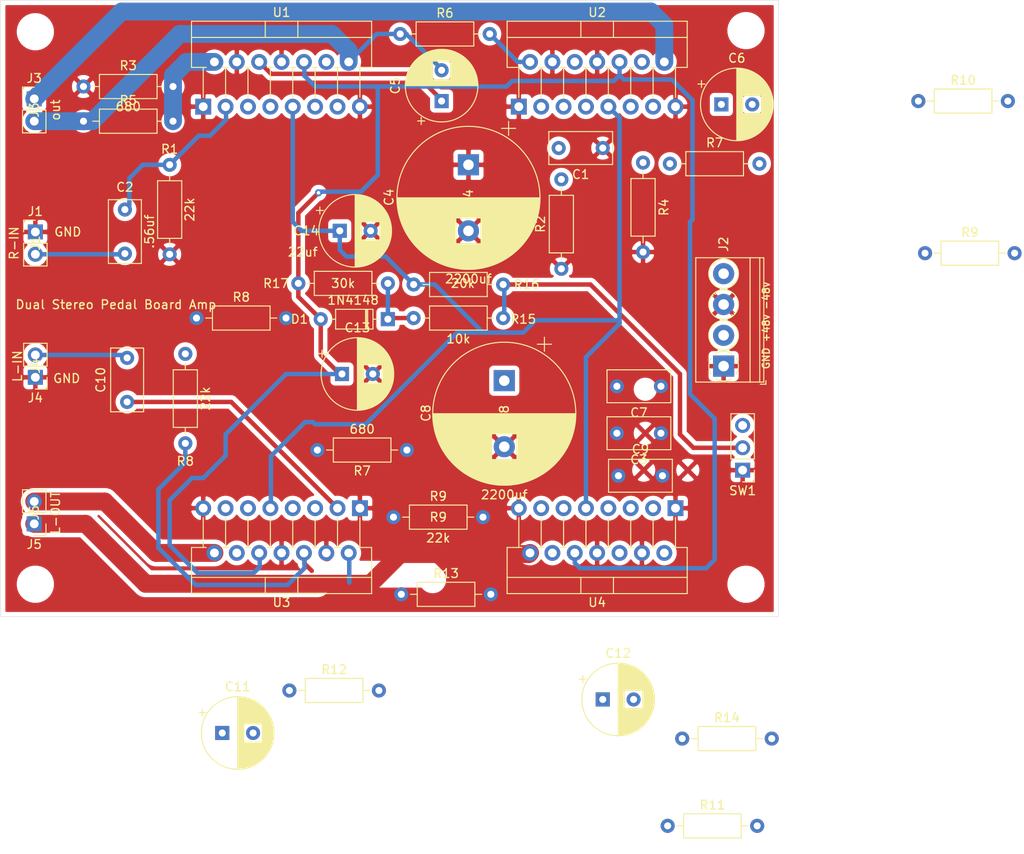
<source format=kicad_pcb>
(kicad_pcb (version 20171130) (host pcbnew "(5.1.9-0-10_14)")
  (layers (0 -48 signal) (1 +48 power) (2 GND power) (31 B.Cu signal) (34 B.Paste user) (35 F.Paste user) (36 B.SilkS user) (37 F.SilkS user) (38 B.Mask user) (39 F.Mask user) (44 Edge.Cuts user))
  (net 0 "")
  (net 1 "Net-(C2-Pad2)")
  (net 2 "Net-(C2-Pad1)")
  (net 3 "Net-(D1-Pad1)")
  (net 4 "Net-(C10-Pad1)")
  (net 5 "Net-(C11-Pad2)")
  (net 6 "Net-(C11-Pad1)")
  (net 7 "Net-(R7-Pad1)")
  (net 8 +48vFilter)
  (net 9 -48vFilter)
  (net 10 MUTE)
  (net 11 STBY)
  (net 12 "Net-(C5-Pad2)")
  (net 13 "Net-(C5-Pad1)")
  (net 14 "Net-(C1-Pad2)")
  (net 15 "Net-(C12-Pad2)")
  (net 16 "Net-(C12-Pad1)")
  (net 17 "Net-(C6-Pad2)")
  (net 18 "Net-(C6-Pad1)")
  (net 19 "Net-(C9-Pad2)")
  (net 20 "Net-(C10-Pad2)")
  (net 21 "Net-(R3-Pad2)")
  (net 22 "Net-(R4-Pad1)")
  (net 23 "Net-(R10-Pad2)")
  (net 24 "Net-(R11-Pad1)")
  (net 25 "Net-(R15-Pad2)")
  (module Connector_PinHeader_2.54mm:PinHeader_1x03_P2.54mm_Vertical (layer -48) (at 198.374 94.361 180)
    (fp_text reference SW1 (at 0 -2.33) (layer F.SilkS))
    (fp_text value SDBY_MUTE)
    (pad 3 thru_hole oval (at 0 5.08 180) (size 1.7 1.7) (drill 1) (layers *.Cu *.Mask) (net 8 +48vFilter))
    (pad 2 thru_hole oval (at 0 2.54 180) (size 1.7 1.7) (drill 1) (layers *.Cu *.Mask) (net 25 "Net-(R15-Pad2)"))
    (pad 1 thru_hole rect (at 0 0 180) (size 1.7 1.7) (drill 1) (layers *.Cu *.Mask) (net 9 -48vFilter))
  )
  (module Package_TO_SOT_THT:TO-220-15_P2.54x2.54mm_StaggerOdd_Lead4.58mm_Vertical (layer -48) (at 137.16 53.086)
    (fp_text reference U1 (at 8.89 -10.7) (layer F.SilkS))
    (fp_text value TDA7294)
    (pad 15 thru_hole oval (at 17.78 0) (size 1.8 1.8) (drill 1) (layers *.Cu *.Mask) (net 9 -48vFilter))
    (pad 14 thru_hole oval (at 16.51 -5.08) (size 1.8 1.8) (drill 1) (layers *.Cu *.Mask) (net 12 "Net-(C5-Pad2)"))
    (pad 13 thru_hole oval (at 15.24 0) (size 1.8 1.8) (drill 1) (layers *.Cu *.Mask) (net 8 +48vFilter))
    (pad 12 thru_hole oval (at 13.97 -5.08) (size 1.8 1.8) (drill 1) (layers *.Cu *.Mask))
    (pad 11 thru_hole oval (at 12.7 0) (size 1.8 1.8) (drill 1) (layers *.Cu *.Mask))
    (pad 10 thru_hole oval (at 11.43 -5.08) (size 1.8 1.8) (drill 1) (layers *.Cu *.Mask) (net 10 MUTE))
    (pad 9 thru_hole oval (at 10.16 0) (size 1.8 1.8) (drill 1) (layers *.Cu *.Mask) (net 11 STBY))
    (pad 8 thru_hole oval (at 8.89 -5.08) (size 1.8 1.8) (drill 1) (layers *.Cu *.Mask) (net 9 -48vFilter))
    (pad 7 thru_hole oval (at 7.62 0) (size 1.8 1.8) (drill 1) (layers *.Cu *.Mask) (net 8 +48vFilter))
    (pad 6 thru_hole oval (at 6.35 -5.08) (size 1.8 1.8) (drill 1) (layers *.Cu *.Mask) (net 13 "Net-(C5-Pad1)"))
    (pad 5 thru_hole oval (at 5.08 0) (size 1.8 1.8) (drill 1) (layers *.Cu *.Mask))
    (pad 4 thru_hole oval (at 3.81 -5.08) (size 1.8 1.8) (drill 1) (layers *.Cu *.Mask) (net 9 -48vFilter))
    (pad 3 thru_hole oval (at 2.54 0) (size 1.8 1.8) (drill 1) (layers *.Cu *.Mask) (net 2 "Net-(C2-Pad1)"))
    (pad 2 thru_hole oval (at 1.27 -5.08) (size 1.8 1.8) (drill 1) (layers *.Cu *.Mask) (net 21 "Net-(R3-Pad2)"))
    (pad 1 thru_hole rect (at 0 0) (size 1.8 1.8) (drill 1) (layers *.Cu *.Mask) (net 9 -48vFilter))
  )
  (module Resistor_THT:R_Axial_DIN0207_L6.3mm_D2.5mm_P10.16mm_Horizontal (layer -48) (at 123.571 54.737)
    (fp_text reference R5 (at 5.08 -2.37) (layer F.SilkS))
    (fp_text value 22k)
    (pad 2 thru_hole oval (at 10.16 0) (size 1.6 1.6) (drill 0.8) (layers *.Cu *.Mask) (net 21 "Net-(R3-Pad2)"))
    (pad 1 thru_hole circle (at 0 0) (size 1.6 1.6) (drill 0.8) (layers *.Cu *.Mask) (net 12 "Net-(C5-Pad2)"))
  )
  (module Package_TO_SOT_THT:TO-220-15_P2.54x2.54mm_StaggerOdd_Lead4.58mm_Vertical (layer -48) (at 172.974 53.086)
    (fp_text reference U2 (at 8.89 -10.7) (layer F.SilkS))
    (fp_text value TDA7294)
    (pad 15 thru_hole oval (at 17.78 0) (size 1.8 1.8) (drill 1) (layers *.Cu *.Mask) (net 9 -48vFilter))
    (pad 14 thru_hole oval (at 16.51 -5.08) (size 1.8 1.8) (drill 1) (layers *.Cu *.Mask) (net 17 "Net-(C6-Pad2)"))
    (pad 13 thru_hole oval (at 15.24 0) (size 1.8 1.8) (drill 1) (layers *.Cu *.Mask) (net 8 +48vFilter))
    (pad 12 thru_hole oval (at 13.97 -5.08) (size 1.8 1.8) (drill 1) (layers *.Cu *.Mask))
    (pad 11 thru_hole oval (at 12.7 0) (size 1.8 1.8) (drill 1) (layers *.Cu *.Mask))
    (pad 10 thru_hole oval (at 11.43 -5.08) (size 1.8 1.8) (drill 1) (layers *.Cu *.Mask) (net 10 MUTE))
    (pad 9 thru_hole oval (at 10.16 0) (size 1.8 1.8) (drill 1) (layers *.Cu *.Mask) (net 11 STBY))
    (pad 8 thru_hole oval (at 8.89 -5.08) (size 1.8 1.8) (drill 1) (layers *.Cu *.Mask) (net 9 -48vFilter))
    (pad 7 thru_hole oval (at 7.62 0) (size 1.8 1.8) (drill 1) (layers *.Cu *.Mask) (net 8 +48vFilter))
    (pad 6 thru_hole oval (at 6.35 -5.08) (size 1.8 1.8) (drill 1) (layers *.Cu *.Mask) (net 18 "Net-(C6-Pad1)"))
    (pad 5 thru_hole oval (at 5.08 0) (size 1.8 1.8) (drill 1) (layers *.Cu *.Mask))
    (pad 4 thru_hole oval (at 3.81 -5.08) (size 1.8 1.8) (drill 1) (layers *.Cu *.Mask) (net 9 -48vFilter))
    (pad 3 thru_hole oval (at 2.54 0) (size 1.8 1.8) (drill 1) (layers *.Cu *.Mask) (net 14 "Net-(C1-Pad2)"))
    (pad 2 thru_hole oval (at 1.27 -5.08) (size 1.8 1.8) (drill 1) (layers *.Cu *.Mask) (net 22 "Net-(R4-Pad1)"))
    (pad 1 thru_hole rect (at 0 0) (size 1.8 1.8) (drill 1) (layers *.Cu *.Mask) (net 9 -48vFilter))
  )
  (module Capacitor_THT:CP_Radial_D8.0mm_P3.50mm (layer -48) (at 152.908 83.439)
    (fp_text reference C13 (at 1.75 -5.25) (layer F.SilkS))
    (fp_text value 22uf)
    (pad 2 thru_hole circle (at 3.5 0) (size 1.6 1.6) (drill 0.8) (layers *.Cu *.Mask) (net 9 -48vFilter))
    (pad 1 thru_hole rect (at 0 0) (size 1.6 1.6) (drill 0.8) (layers *.Cu *.Mask) (net 10 MUTE))
  )
  (module Capacitor_THT:CP_Radial_D8.0mm_P3.50mm (layer -48) (at 182.499 120.396)
    (fp_text reference C12 (at 1.75 -5.25) (layer F.SilkS))
    (fp_text value 22uf)
    (pad 2 thru_hole circle (at 3.5 0) (size 1.6 1.6) (drill 0.8) (layers *.Cu *.Mask) (net 15 "Net-(C12-Pad2)"))
    (pad 1 thru_hole rect (at 0 0) (size 1.6 1.6) (drill 0.8) (layers *.Cu *.Mask) (net 16 "Net-(C12-Pad1)"))
  )
  (module Capacitor_THT:CP_Radial_D8.0mm_P3.50mm (layer -48) (at 139.319 124.206)
    (fp_text reference C11 (at 1.75 -5.25) (layer F.SilkS))
    (fp_text value 22uf)
    (pad 2 thru_hole circle (at 3.5 0) (size 1.6 1.6) (drill 0.8) (layers *.Cu *.Mask) (net 5 "Net-(C11-Pad2)"))
    (pad 1 thru_hole rect (at 0 0) (size 1.6 1.6) (drill 0.8) (layers *.Cu *.Mask) (net 6 "Net-(C11-Pad1)"))
  )
  (module Capacitor_THT:CP_Radial_D8.0mm_P3.50mm (layer -48) (at 195.961 52.832)
    (fp_text reference C6 (at 1.75 -5.25) (layer F.SilkS))
    (fp_text value 22uf)
    (pad 2 thru_hole circle (at 3.5 0) (size 1.6 1.6) (drill 0.8) (layers *.Cu *.Mask) (net 17 "Net-(C6-Pad2)"))
    (pad 1 thru_hole rect (at 0 0) (size 1.6 1.6) (drill 0.8) (layers *.Cu *.Mask) (net 18 "Net-(C6-Pad1)"))
  )
  (module Capacitor_THT:CP_Radial_D8.0mm_P3.50mm (layer -48) (at 164.211 52.451 90)
    (fp_text reference C5 (at 1.75 -5.25 90) (layer F.SilkS))
    (fp_text value 22uf)
    (pad 2 thru_hole circle (at 3.5 0 90) (size 1.6 1.6) (drill 0.8) (layers *.Cu *.Mask) (net 12 "Net-(C5-Pad2)"))
    (pad 1 thru_hole rect (at 0 0 90) (size 1.6 1.6) (drill 0.8) (layers *.Cu *.Mask) (net 13 "Net-(C5-Pad1)"))
  )
  (module Package_TO_SOT_THT:TO-220-15_P2.54x2.54mm_StaggerOdd_Lead4.58mm_Vertical (layer -48) (at 190.754 98.679 180)
    (fp_text reference U4 (at 8.89 -10.7) (layer F.SilkS))
    (fp_text value TDA7294)
    (pad 15 thru_hole oval (at 17.78 0 180) (size 1.8 1.8) (drill 1) (layers *.Cu *.Mask) (net 9 -48vFilter))
    (pad 14 thru_hole oval (at 16.51 -5.08 180) (size 1.8 1.8) (drill 1) (layers *.Cu *.Mask) (net 15 "Net-(C12-Pad2)"))
    (pad 13 thru_hole oval (at 15.24 0 180) (size 1.8 1.8) (drill 1) (layers *.Cu *.Mask) (net 8 +48vFilter))
    (pad 12 thru_hole oval (at 13.97 -5.08 180) (size 1.8 1.8) (drill 1) (layers *.Cu *.Mask))
    (pad 11 thru_hole oval (at 12.7 0 180) (size 1.8 1.8) (drill 1) (layers *.Cu *.Mask))
    (pad 10 thru_hole oval (at 11.43 -5.08 180) (size 1.8 1.8) (drill 1) (layers *.Cu *.Mask) (net 10 MUTE))
    (pad 9 thru_hole oval (at 10.16 0 180) (size 1.8 1.8) (drill 1) (layers *.Cu *.Mask) (net 11 STBY))
    (pad 8 thru_hole oval (at 8.89 -5.08 180) (size 1.8 1.8) (drill 1) (layers *.Cu *.Mask) (net 9 -48vFilter))
    (pad 7 thru_hole oval (at 7.62 0 180) (size 1.8 1.8) (drill 1) (layers *.Cu *.Mask) (net 8 +48vFilter))
    (pad 6 thru_hole oval (at 6.35 -5.08 180) (size 1.8 1.8) (drill 1) (layers *.Cu *.Mask) (net 16 "Net-(C12-Pad1)"))
    (pad 5 thru_hole oval (at 5.08 0 180) (size 1.8 1.8) (drill 1) (layers *.Cu *.Mask))
    (pad 4 thru_hole oval (at 3.81 -5.08 180) (size 1.8 1.8) (drill 1) (layers *.Cu *.Mask) (net 9 -48vFilter))
    (pad 3 thru_hole oval (at 2.54 0 180) (size 1.8 1.8) (drill 1) (layers *.Cu *.Mask) (net 19 "Net-(C9-Pad2)"))
    (pad 2 thru_hole oval (at 1.27 -5.08 180) (size 1.8 1.8) (drill 1) (layers *.Cu *.Mask) (net 24 "Net-(R11-Pad1)"))
    (pad 1 thru_hole rect (at 0 0 180) (size 1.8 1.8) (drill 1) (layers *.Cu *.Mask) (net 9 -48vFilter))
  )
  (module Package_TO_SOT_THT:TO-220-15_P2.54x2.54mm_StaggerOdd_Lead4.58mm_Vertical (layer -48) (at 154.94 98.679 180)
    (fp_text reference U3 (at 8.89 -10.7) (layer F.SilkS))
    (fp_text value TDA7294)
    (pad 15 thru_hole oval (at 17.78 0 180) (size 1.8 1.8) (drill 1) (layers *.Cu *.Mask) (net 9 -48vFilter))
    (pad 14 thru_hole oval (at 16.51 -5.08 180) (size 1.8 1.8) (drill 1) (layers *.Cu *.Mask) (net 5 "Net-(C11-Pad2)"))
    (pad 13 thru_hole oval (at 15.24 0 180) (size 1.8 1.8) (drill 1) (layers *.Cu *.Mask) (net 8 +48vFilter))
    (pad 12 thru_hole oval (at 13.97 -5.08 180) (size 1.8 1.8) (drill 1) (layers *.Cu *.Mask))
    (pad 11 thru_hole oval (at 12.7 0 180) (size 1.8 1.8) (drill 1) (layers *.Cu *.Mask))
    (pad 10 thru_hole oval (at 11.43 -5.08 180) (size 1.8 1.8) (drill 1) (layers *.Cu *.Mask) (net 10 MUTE))
    (pad 9 thru_hole oval (at 10.16 0 180) (size 1.8 1.8) (drill 1) (layers *.Cu *.Mask) (net 11 STBY))
    (pad 8 thru_hole oval (at 8.89 -5.08 180) (size 1.8 1.8) (drill 1) (layers *.Cu *.Mask) (net 9 -48vFilter))
    (pad 7 thru_hole oval (at 7.62 0 180) (size 1.8 1.8) (drill 1) (layers *.Cu *.Mask) (net 8 +48vFilter))
    (pad 6 thru_hole oval (at 6.35 -5.08 180) (size 1.8 1.8) (drill 1) (layers *.Cu *.Mask) (net 6 "Net-(C11-Pad1)"))
    (pad 5 thru_hole oval (at 5.08 0 180) (size 1.8 1.8) (drill 1) (layers *.Cu *.Mask))
    (pad 4 thru_hole oval (at 3.81 -5.08 180) (size 1.8 1.8) (drill 1) (layers *.Cu *.Mask) (net 9 -48vFilter))
    (pad 3 thru_hole oval (at 2.54 0 180) (size 1.8 1.8) (drill 1) (layers *.Cu *.Mask) (net 4 "Net-(C10-Pad1)"))
    (pad 2 thru_hole oval (at 1.27 -5.08 180) (size 1.8 1.8) (drill 1) (layers *.Cu *.Mask) (net 23 "Net-(R10-Pad2)"))
    (pad 1 thru_hole rect (at 0 0 180) (size 1.8 1.8) (drill 1) (layers *.Cu *.Mask) (net 9 -48vFilter))
  )
  (module Resistor_THT:R_Axial_DIN0207_L6.3mm_D2.5mm_P10.16mm_Horizontal (layer -48) (at 191.516 124.841)
    (fp_text reference R14 (at 5.08 -2.37) (layer F.SilkS))
    (fp_text value 22k)
    (pad 2 thru_hole oval (at 10.16 0) (size 1.6 1.6) (drill 0.8) (layers *.Cu *.Mask) (net 15 "Net-(C12-Pad2)"))
    (pad 1 thru_hole circle (at 0 0) (size 1.6 1.6) (drill 0.8) (layers *.Cu *.Mask) (net 24 "Net-(R11-Pad1)"))
  )
  (module Resistor_THT:R_Axial_DIN0207_L6.3mm_D2.5mm_P10.16mm_Horizontal (layer -48) (at 159.639 108.458)
    (fp_text reference R13 (at 5.08 -2.37) (layer F.SilkS))
    (fp_text value 22k)
    (pad 2 thru_hole oval (at 10.16 0) (size 1.6 1.6) (drill 0.8) (layers *.Cu *.Mask) (net 24 "Net-(R11-Pad1)"))
    (pad 1 thru_hole circle (at 0 0) (size 1.6 1.6) (drill 0.8) (layers *.Cu *.Mask) (net 5 "Net-(C11-Pad2)"))
  )
  (module Resistor_THT:R_Axial_DIN0207_L6.3mm_D2.5mm_P10.16mm_Horizontal (layer -48) (at 146.939 119.38)
    (fp_text reference R12 (at 5.08 -2.37) (layer F.SilkS))
    (fp_text value 22k)
    (pad 2 thru_hole oval (at 10.16 0) (size 1.6 1.6) (drill 0.8) (layers *.Cu *.Mask) (net 23 "Net-(R10-Pad2)"))
    (pad 1 thru_hole circle (at 0 0) (size 1.6 1.6) (drill 0.8) (layers *.Cu *.Mask) (net 5 "Net-(C11-Pad2)"))
  )
  (module Resistor_THT:R_Axial_DIN0207_L6.3mm_D2.5mm_P10.16mm_Horizontal (layer -48) (at 189.865 134.747)
    (fp_text reference R11 (at 5.08 -2.37) (layer F.SilkS))
    (fp_text value 680)
    (pad 2 thru_hole oval (at 10.16 0) (size 1.6 1.6) (drill 0.8) (layers *.Cu *.Mask) (net 9 -48vFilter))
    (pad 1 thru_hole circle (at 0 0) (size 1.6 1.6) (drill 0.8) (layers *.Cu *.Mask) (net 24 "Net-(R11-Pad1)"))
  )
  (module Resistor_THT:R_Axial_DIN0207_L6.3mm_D2.5mm_P10.16mm_Horizontal (layer -48) (at 218.313 52.451)
    (fp_text reference R10 (at 5.08 -2.37) (layer F.SilkS))
    (fp_text value 680)
    (pad 2 thru_hole oval (at 10.16 0) (size 1.6 1.6) (drill 0.8) (layers *.Cu *.Mask) (net 23 "Net-(R10-Pad2)"))
    (pad 1 thru_hole circle (at 0 0) (size 1.6 1.6) (drill 0.8) (layers *.Cu *.Mask) (net 9 -48vFilter))
  )
  (module Resistor_THT:R_Axial_DIN0207_L6.3mm_D2.5mm_P10.16mm_Horizontal (layer -48) (at 219.075 69.723)
    (fp_text reference R9 (at 5.08 -2.37) (layer F.SilkS))
    (fp_text value 22k)
    (pad 2 thru_hole oval (at 10.16 0) (size 1.6 1.6) (drill 0.8) (layers *.Cu *.Mask) (net 19 "Net-(C9-Pad2)"))
    (pad 1 thru_hole circle (at 0 0) (size 1.6 1.6) (drill 0.8) (layers *.Cu *.Mask) (net 9 -48vFilter))
  )
  (module Resistor_THT:R_Axial_DIN0207_L6.3mm_D2.5mm_P10.16mm_Horizontal (layer -48) (at 136.398 77.089)
    (fp_text reference R8 (at 5.08 -2.37) (layer F.SilkS))
    (fp_text value 22k)
    (pad 2 thru_hole oval (at 10.16 0) (size 1.6 1.6) (drill 0.8) (layers *.Cu *.Mask) (net 4 "Net-(C10-Pad1)"))
    (pad 1 thru_hole circle (at 0 0) (size 1.6 1.6) (drill 0.8) (layers *.Cu *.Mask) (net 9 -48vFilter))
  )
  (module Resistor_THT:R_Axial_DIN0207_L6.3mm_D2.5mm_P10.16mm_Horizontal (layer -48) (at 190.119 59.563)
    (fp_text reference R7 (at 5.08 -2.37) (layer F.SilkS))
    (fp_text value 22k)
    (pad 2 thru_hole oval (at 10.16 0) (size 1.6 1.6) (drill 0.8) (layers *.Cu *.Mask) (net 17 "Net-(C6-Pad2)"))
    (pad 1 thru_hole circle (at 0 0) (size 1.6 1.6) (drill 0.8) (layers *.Cu *.Mask) (net 22 "Net-(R4-Pad1)"))
  )
  (module Resistor_THT:R_Axial_DIN0207_L6.3mm_D2.5mm_P10.16mm_Horizontal (layer -48) (at 159.512 44.831)
    (fp_text reference R6 (at 5.08 -2.37) (layer F.SilkS))
    (fp_text value 22k)
    (pad 2 thru_hole oval (at 10.16 0) (size 1.6 1.6) (drill 0.8) (layers *.Cu *.Mask) (net 22 "Net-(R4-Pad1)"))
    (pad 1 thru_hole circle (at 0 0) (size 1.6 1.6) (drill 0.8) (layers *.Cu *.Mask) (net 12 "Net-(C5-Pad2)"))
  )
  (module Resistor_THT:R_Axial_DIN0207_L6.3mm_D2.5mm_P10.16mm_Horizontal (layer -48) (at 187.071 59.436 270)
    (fp_text reference R4 (at 5.08 -2.37 90) (layer F.SilkS))
    (fp_text value 680)
    (pad 2 thru_hole oval (at 10.16 0 270) (size 1.6 1.6) (drill 0.8) (layers *.Cu *.Mask) (net 9 -48vFilter))
    (pad 1 thru_hole circle (at 0 0 270) (size 1.6 1.6) (drill 0.8) (layers *.Cu *.Mask) (net 22 "Net-(R4-Pad1)"))
  )
  (module Resistor_THT:R_Axial_DIN0207_L6.3mm_D2.5mm_P10.16mm_Horizontal (layer -48) (at 177.8 71.501 90)
    (fp_text reference R2 (at 5.08 -2.37 90) (layer F.SilkS))
    (fp_text value 22k)
    (pad 2 thru_hole oval (at 10.16 0 90) (size 1.6 1.6) (drill 0.8) (layers *.Cu *.Mask) (net 14 "Net-(C1-Pad2)"))
    (pad 1 thru_hole circle (at 0 0 90) (size 1.6 1.6) (drill 0.8) (layers *.Cu *.Mask) (net 9 -48vFilter))
  )
  (module Capacitor_THT:C_Rect_L7.0mm_W3.5mm_P5.00mm (layer -48) (at 128.524 86.614 90)
    (fp_text reference C10 (at 2.5 -3 90) (layer F.SilkS))
    (fp_text value .56uf)
    (pad 2 thru_hole circle (at 5 0 90) (size 1.6 1.6) (drill 0.8) (layers *.Cu *.Mask) (net 20 "Net-(C10-Pad2)"))
    (pad 1 thru_hole circle (at 0 0 90) (size 1.6 1.6) (drill 0.8) (layers *.Cu *.Mask) (net 4 "Net-(C10-Pad1)"))
  )
  (module Capacitor_THT:C_Rect_L7.0mm_W3.5mm_P5.00mm (layer -48) (at 184.277 94.996)
    (fp_text reference C9 (at 2.5 -3) (layer F.SilkS))
    (fp_text value .56uf)
    (pad 2 thru_hole circle (at 5 0) (size 1.6 1.6) (drill 0.8) (layers *.Cu *.Mask) (net 19 "Net-(C9-Pad2)"))
    (pad 1 thru_hole circle (at 0 0) (size 1.6 1.6) (drill 0.8) (layers *.Cu *.Mask) (net 9 -48vFilter))
  )
  (module Capacitor_THT:C_Rect_L7.0mm_W3.5mm_P5.00mm (layer -48) (at 189.103 84.836 180)
    (fp_text reference C7 (at 2.5 -3) (layer F.SilkS))
    (fp_text value .22uf)
    (pad 2 thru_hole circle (at 5 0 180) (size 1.6 1.6) (drill 0.8) (layers *.Cu *.Mask) (net 8 +48vFilter))
    (pad 1 thru_hole circle (at 0 0 180) (size 1.6 1.6) (drill 0.8) (layers *.Cu *.Mask) (net 9 -48vFilter))
  )
  (module Capacitor_THT:C_Rect_L7.0mm_W3.5mm_P5.00mm (layer -48) (at 189.103 90.17 180)
    (fp_text reference C3 (at 2.5 -3) (layer F.SilkS))
    (fp_text value .22uf)
    (pad 2 thru_hole circle (at 5 0 180) (size 1.6 1.6) (drill 0.8) (layers *.Cu *.Mask) (net 9 -48vFilter))
    (pad 1 thru_hole circle (at 0 0 180) (size 1.6 1.6) (drill 0.8) (layers *.Cu *.Mask) (net 9 -48vFilter))
  )
  (module Capacitor_THT:C_Rect_L7.0mm_W3.5mm_P5.00mm (layer -48) (at 182.499 57.785 180)
    (fp_text reference C1 (at 2.5 -3) (layer F.SilkS))
    (fp_text value .56uf)
    (pad 2 thru_hole circle (at 5 0 180) (size 1.6 1.6) (drill 0.8) (layers *.Cu *.Mask) (net 14 "Net-(C1-Pad2)"))
    (pad 1 thru_hole circle (at 0 0 180) (size 1.6 1.6) (drill 0.8) (layers *.Cu *.Mask) (net 9 -48vFilter))
  )
  (module TerminalBlock_Phoenix:TerminalBlock_Phoenix_PT-1,5-4-3.5-H_1x04_P3.50mm_Horizontal (layer -48) (at 196.215 82.55 90)
    (fp_text reference J2 (at 13.843 0 90) (layer F.SilkS))
    (fp_text value DC_IN)
    (pad 4 thru_hole circle (at 10.5 0 90) (size 2.4 2.4) (drill 1.2) (layers *.Cu *.Mask))
    (pad 3 thru_hole circle (at 7 0 90) (size 2.4 2.4) (drill 1.2) (layers *.Cu *.Mask) (net 9 -48vFilter))
    (pad 2 thru_hole circle (at 3.5 0 90) (size 2.4 2.4) (drill 1.2) (layers *.Cu *.Mask) (net 8 +48vFilter))
    (pad 1 thru_hole rect (at 0 0 90) (size 2.4 2.4) (drill 1.2) (layers *.Cu *.Mask) (net 9 -48vFilter))
  )
  (module Capacitor_THT:CP_Radial_D8.0mm_P3.50mm (layer -48) (at 152.654 67.183)
    (fp_text reference C14 (at -3.81 0) (layer F.SilkS))
    (fp_text value 22uf (at -4.191 2.413) (layer F.SilkS))
    (pad 2 thru_hole circle (at 3.5 0) (size 1.6 1.6) (drill 0.8) (layers *.Cu *.Mask) (net 9 -48vFilter))
    (pad 1 thru_hole rect (at 0 0) (size 1.6 1.6) (drill 0.8) (layers *.Cu *.Mask) (net 11 STBY))
  )
  (module MountingHole:MountingHole_3.2mm_M3 (layer -48) (at 118.11 107.315)
    (fp_text reference H4 hide)
    (fp_text value h hide)
    (fp_text user %R (at 0.3 0) (layer F.SilkS))
    (pad 1 np_thru_hole circle (at 0 0) (size 3.2 3.2) (drill 3.2) (layers *.Cu *.Mask))
  )
  (module MountingHole:MountingHole_3.2mm_M3 (layer -48) (at 198.755 44.45)
    (fp_text reference H3 hide)
    (fp_text value h hide)
    (fp_text user %R (at 0.3 0) (layer F.SilkS))
    (pad 1 np_thru_hole circle (at 0 0) (size 3.2 3.2) (drill 3.2) (layers *.Cu *.Mask))
  )
  (module MountingHole:MountingHole_3.2mm_M3 (layer -48) (at 198.755 107.315)
    (fp_text reference H2 hide)
    (fp_text value h hide)
    (fp_text user %R (at 0.3 0) (layer F.SilkS))
    (pad 1 np_thru_hole circle (at 0 0) (size 3.2 3.2) (drill 3.2) (layers *.Cu *.Mask))
  )
  (module MountingHole:MountingHole_3.2mm_M3 (layer -48) (at 118.11 44.577)
    (fp_text reference H1 hide)
    (fp_text value h hide)
    (fp_text user %R (at 0.127 0) (layer F.SilkS))
    (pad 1 np_thru_hole circle (at 0 0) (size 3.2 3.2) (drill 3.2) (layers *.Cu *.Mask))
  )
  (module Resistor_THT:R_Axial_DIN0207_L6.3mm_D2.5mm_P10.16mm_Horizontal (layer -48) (at 161.036 77.089)
    (fp_text reference R15 (at 12.446 0.127) (layer F.SilkS))
    (fp_text value 10k (at 5.08 2.37) (layer F.SilkS))
    (pad 2 thru_hole oval (at 10.16 0) (size 1.6 1.6) (drill 0.8) (layers *.Cu *.Mask) (net 25 "Net-(R15-Pad2)"))
    (pad 1 thru_hole circle (at 0 0) (size 1.6 1.6) (drill 0.8) (layers *.Cu *.Mask) (net 3 "Net-(D1-Pad1)"))
  )
  (module Resistor_THT:R_Axial_DIN0207_L6.3mm_D2.5mm_P10.16mm_Horizontal (layer -48) (at 158.75 99.695)
    (fp_text reference R9 (at 5.08 -2.37) (layer F.SilkS))
    (fp_text value 22k (at 5.08 2.37) (layer F.SilkS))
    (fp_text user %R (at 5.08 0) (layer F.SilkS))
    (pad 2 thru_hole oval (at 10.16 0) (size 1.6 1.6) (drill 0.8) (layers *.Cu *.Mask) (net 7 "Net-(R7-Pad1)"))
    (pad 1 thru_hole circle (at 0 0) (size 1.6 1.6) (drill 0.8) (layers *.Cu *.Mask))
  )
  (module Resistor_THT:R_Axial_DIN0207_L6.3mm_D2.5mm_P10.16mm_Horizontal (layer -48) (at 135.128 81.153 270)
    (fp_text reference R8 (at 12.192 0 180) (layer F.SilkS))
    (fp_text value 22k (at 5.08 -2.286 90) (layer F.SilkS))
    (pad 2 thru_hole oval (at 10.16 0 270) (size 1.6 1.6) (drill 0.8) (layers *.Cu *.Mask) (net 6 "Net-(C11-Pad1)"))
    (pad 1 thru_hole circle (at 0 0 270) (size 1.6 1.6) (drill 0.8) (layers *.Cu *.Mask))
  )
  (module Resistor_THT:R_Axial_DIN0207_L6.3mm_D2.5mm_P10.16mm_Horizontal (layer -48) (at 160.274 92.075 180)
    (fp_text reference R7 (at 5.08 -2.37) (layer F.SilkS))
    (fp_text value 680 (at 5.08 2.37) (layer F.SilkS))
    (pad 2 thru_hole oval (at 10.16 0 180) (size 1.6 1.6) (drill 0.8) (layers *.Cu *.Mask) (net 4 "Net-(C10-Pad1)"))
    (pad 1 thru_hole circle (at 0 0 180) (size 1.6 1.6) (drill 0.8) (layers *.Cu *.Mask) (net 7 "Net-(R7-Pad1)"))
  )
  (module Connector_PinHeader_2.54mm:PinHeader_1x02_P2.54mm_Vertical (layer -48) (at 117.983 100.457 180)
    (fp_text reference J5 (at 0 -2.33) (layer F.SilkS))
    (fp_text value L-OUT (at -2.413 1.27 270) (layer F.SilkS))
    (fp_text user %R (at 0 1.27 90) (layer F.SilkS))
    (pad 2 thru_hole oval (at 0 2.54 180) (size 1.7 1.7) (drill 1) (layers *.Cu *.Mask) (net 5 "Net-(C11-Pad2)"))
    (pad 1 thru_hole rect (at 0 0 180) (size 1.7 1.7) (drill 1) (layers *.Cu *.Mask) (net 15 "Net-(C12-Pad2)"))
  )
  (module Connector_PinHeader_2.54mm:PinHeader_1x02_P2.54mm_Vertical (layer -48) (at 118.11 83.82 180)
    (fp_text reference J4 (at 0 -2.33) (layer F.SilkS))
    (fp_text value L-IN (at 2.032 1.27 90) (layer F.SilkS))
    (fp_text user %R (at 0 1.27 90) (layer F.SilkS))
    (pad 2 thru_hole oval (at 0 2.54 180) (size 1.7 1.7) (drill 1) (layers *.Cu *.Mask) (net 20 "Net-(C10-Pad2)"))
    (pad 1 thru_hole rect (at 0 0 180) (size 1.7 1.7) (drill 1) (layers *.Cu *.Mask) (net 9 -48vFilter))
  )
  (module Resistor_THT:R_Axial_DIN0207_L6.3mm_D2.5mm_P10.16mm_Horizontal (layer -48) (at 147.955 73.152)
    (fp_text reference R17 (at -2.54 0.009) (layer F.SilkS))
    (fp_text value 30k (at 5.08 0) (layer F.SilkS))
    (pad 2 thru_hole oval (at 10.16 0) (size 1.6 1.6) (drill 0.8) (layers *.Cu *.Mask) (net 3 "Net-(D1-Pad1)"))
    (pad 1 thru_hole circle (at 0 0) (size 1.6 1.6) (drill 0.8) (layers *.Cu *.Mask) (net 10 MUTE))
  )
  (module Resistor_THT:R_Axial_DIN0207_L6.3mm_D2.5mm_P10.16mm_Horizontal (layer -48) (at 161.036 73.279)
    (fp_text reference R16 (at 12.827 0) (layer F.SilkS))
    (fp_text value 20k (at 5.588 -0.127) (layer F.SilkS))
    (pad 2 thru_hole oval (at 10.16 0) (size 1.6 1.6) (drill 0.8) (layers *.Cu *.Mask) (net 25 "Net-(R15-Pad2)"))
    (pad 1 thru_hole circle (at 0 0) (size 1.6 1.6) (drill 0.8) (layers *.Cu *.Mask) (net 11 STBY))
  )
  (module Resistor_THT:R_Axial_DIN0207_L6.3mm_D2.5mm_P10.16mm_Horizontal (layer -48) (at 133.35 69.85 90)
    (fp_text reference R1 (at 11.938 0 180) (layer F.SilkS))
    (fp_text value 22k (at 5.08 2.286 90) (layer F.SilkS))
    (pad 2 thru_hole oval (at 10.16 0 90) (size 1.6 1.6) (drill 0.8) (layers *.Cu *.Mask) (net 2 "Net-(C2-Pad1)"))
    (pad 1 thru_hole circle (at 0 0 90) (size 1.6 1.6) (drill 0.8) (layers *.Cu *.Mask) (net 9 -48vFilter))
  )
  (module Resistor_THT:R_Axial_DIN0207_L6.3mm_D2.5mm_P10.16mm_Horizontal (layer -48) (at 123.571 50.8)
    (fp_text reference R3 (at 5.08 -2.37) (layer F.SilkS))
    (fp_text value 680 (at 5.08 2.286) (layer F.SilkS))
    (pad 2 thru_hole oval (at 10.16 0) (size 1.6 1.6) (drill 0.8) (layers *.Cu *.Mask) (net 21 "Net-(R3-Pad2)"))
    (pad 1 thru_hole circle (at 0 0) (size 1.6 1.6) (drill 0.8) (layers *.Cu *.Mask) (net 9 -48vFilter))
  )
  (module Connector_PinHeader_2.54mm:PinHeader_1x02_P2.54mm_Vertical (layer -48) (at 117.983 52.197)
    (fp_text reference J3 (at 0 -2.33) (layer F.SilkS))
    (fp_text value out (at 2.413 1.27 90) (layer F.SilkS))
    (fp_text user %R (at 0 1.27 90) (layer F.SilkS))
    (pad 2 thru_hole oval (at 0 2.54) (size 1.7 1.7) (drill 1) (layers *.Cu *.Mask) (net 12 "Net-(C5-Pad2)"))
    (pad 1 thru_hole rect (at 0 0) (size 1.7 1.7) (drill 1) (layers *.Cu *.Mask) (net 17 "Net-(C6-Pad2)"))
  )
  (module Connector_PinHeader_2.54mm:PinHeader_1x02_P2.54mm_Vertical (layer -48) (at 118.11 67.31)
    (fp_text reference J1 (at 0 -2.33) (layer F.SilkS))
    (fp_text value R-IN (at -2.413 1.27 90) (layer F.SilkS))
    (fp_text user %R (at 0 1.27 90) (layer F.SilkS))
    (pad 2 thru_hole oval (at 0 2.54) (size 1.7 1.7) (drill 1) (layers *.Cu *.Mask) (net 1 "Net-(C2-Pad2)"))
    (pad 1 thru_hole rect (at 0 0) (size 1.7 1.7) (drill 1) (layers *.Cu *.Mask) (net 9 -48vFilter))
  )
  (module Diode_THT:D_DO-35_SOD27_P7.62mm_Horizontal (layer -48) (at 158.115 77.216 180)
    (fp_text reference D1 (at 10.033 0) (layer F.SilkS))
    (fp_text value 1N4148 (at 3.937 2.159) (layer F.SilkS))
    (pad 2 thru_hole oval (at 7.62 0 180) (size 1.6 1.6) (drill 0.8) (layers *.Cu *.Mask) (net 10 MUTE))
    (pad 1 thru_hole rect (at 0 0 180) (size 1.6 1.6) (drill 0.8) (layers *.Cu *.Mask) (net 3 "Net-(D1-Pad1)"))
  )
  (module Capacitor_THT:CP_Radial_D16.0mm_P7.50mm (layer -48) (at 167.259 59.69 270)
    (fp_text reference C4 (at 3.683 9.017 270) (layer F.SilkS))
    (fp_text value 2200uf (at 12.954 0) (layer F.SilkS))
    (fp_text user %R (at 3.75 0 90) (layer F.SilkS))
    (pad 2 thru_hole circle (at 7.5 0 270) (size 2.4 2.4) (drill 1.2) (layers *.Cu *.Mask) (net 9 -48vFilter))
    (pad 1 thru_hole rect (at 0 0 270) (size 2.4 2.4) (drill 1.2) (layers *.Cu *.Mask) (net 9 -48vFilter))
  )
  (module Capacitor_THT:CP_Radial_D16.0mm_P7.50mm (layer -48) (at 171.323 84.201 270)
    (fp_text reference C8 (at 3.683 8.89 270) (layer F.SilkS))
    (fp_text value 2200uf (at 12.954 0) (layer F.SilkS))
    (fp_text user %R (at 3.75 0 90) (layer F.SilkS))
    (pad 2 thru_hole circle (at 7.5 0 270) (size 2.4 2.4) (drill 1.2) (layers *.Cu *.Mask) (net 9 -48vFilter))
    (pad 1 thru_hole rect (at 0 0 270) (size 2.4 2.4) (drill 1.2) (layers *.Cu *.Mask) (net 8 +48vFilter))
  )
  (module Capacitor_THT:C_Rect_L7.0mm_W3.5mm_P5.00mm (layer -48) (at 128.27 64.77 270)
    (fp_text reference C2 (at -2.54 0) (layer F.SilkS))
    (fp_text value .56uf (at 2.5 -2.794 90) (layer F.SilkS))
    (pad 2 thru_hole circle (at 5 0 270) (size 1.6 1.6) (drill 0.8) (layers *.Cu *.Mask) (net 1 "Net-(C2-Pad2)"))
    (pad 1 thru_hole circle (at 0 0 270) (size 1.6 1.6) (drill 0.8) (layers *.Cu *.Mask) (net 2 "Net-(C2-Pad1)"))
  )
  (gr_text GND (at 121.666 83.947) (layer F.SilkS) (effects (font (size 1 1))))
  (gr_text GND (at 121.793 67.31) (layer F.SilkS) (effects (font (size 1 1))))
  (gr_text "Dual Stereo Pedal Board Amp" (at 127.254 75.565) (layer F.SilkS) (effects (font (size 1 1))))
  (gr_text GND (at 201.041 81.661 90) (layer F.SilkS) (effects (font (size 0.8 0.8))))
  (gr_text -48v (at 201.041 74.549 90) (layer F.SilkS) (effects (font (size 0.8 0.8))))
  (gr_text +48v (at 201.041 78.232 90) (layer F.SilkS) (effects (font (size 0.8 0.8))))
  (gr_line (start 114.173 41.021) (end 202.438 41.021) (layer Edge.Cuts) (width 0.05))
  (gr_line (start 114.173 110.998) (end 114.173 41.021) (layer Edge.Cuts) (width 0.05))
  (gr_line (start 202.438 110.998) (end 114.173 110.998) (layer Edge.Cuts) (width 0.05))
  (gr_line (start 202.438 111) (end 202.438 41.021) (layer Edge.Cuts) (width 0.05))
  (segment (start 151.19 103.572) (end 151.19 104.08) (width 1.27) (layer -48) (net 9))
  (segment (start 128.19 69.85) (end 118.11 69.85) (width 0.508) (layer B.Cu) (net 1))
  (segment (start 128.27 69.77) (end 128.19 69.85) (width 0.508) (layer B.Cu) (net 1))
  (segment (start 139.75 54.56) (end 139.75 53) (width 0.508) (layer B.Cu) (net 2))
  (segment (start 137.922 56.388) (end 139.75 54.56) (width 0.508) (layer B.Cu) (net 2))
  (segment (start 136.652 56.388) (end 137.922 56.388) (width 0.508) (layer B.Cu) (net 2))
  (segment (start 133.35 59.69) (end 136.652 56.388) (width 0.508) (layer B.Cu) (net 2))
  (segment (start 130.302 59.69) (end 133.35 59.69) (width 0.508) (layer B.Cu) (net 2))
  (segment (start 128.778 61.214) (end 130.302 59.69) (width 0.508) (layer B.Cu) (net 2))
  (segment (start 128.778 64.262) (end 128.778 61.214) (width 0.508) (layer B.Cu) (net 2))
  (segment (start 128.27 64.77) (end 128.778 64.262) (width 0.508) (layer B.Cu) (net 2))
  (segment (start 158.115 72.771) (end 158.115 77.216) (width 0.508) (layer B.Cu) (net 3))
  (segment (start 158.242 77.089) (end 158.115 77.216) (width 0.508) (layer -48) (net 3))
  (segment (start 161.036 77.089) (end 158.242 77.089) (width 0.508) (layer -48) (net 3))
  (segment (start 128.19 81.28) (end 118.11 81.28) (width 0.508) (layer B.Cu) (net 20))
  (segment (start 128.27 81.36) (end 128.19 81.28) (width 0.508) (layer B.Cu) (net 20))
  (segment (start 153.73 104.08) (end 153.73 107.128) (width 0.508) (layer B.Cu) (net 23))
  (segment (start 153.73 104.08) (end 153.73 106.994) (width 0.508) (layer B.Cu) (net 23))
  (segment (start 154.99 53) (end 154.94 53.05) (width 1.27) (layer -48) (net 9))
  (segment (start 143.57 104.08) (end 143.92 104.08) (width 0.508) (layer -48) (net 10))
  (segment (start 148.64 49.58) (end 149.86 50.8) (width 0.508) (layer B.Cu) (net 10))
  (segment (start 148.64 47.92) (end 148.64 49.58) (width 0.508) (layer B.Cu) (net 10))
  (segment (start 149.86 50.8) (end 156.972 50.8) (width 0.508) (layer B.Cu) (net 10))
  (segment (start 147.955 74.676) (end 150.495 77.216) (width 0.508) (layer -48) (net 10))
  (segment (start 147.955 73.152) (end 147.955 74.676) (width 0.508) (layer -48) (net 10))
  (segment (start 150.495 81.28) (end 152.654 83.439) (width 0.508) (layer -48) (net 10))
  (segment (start 150.495 77.216) (end 150.495 81.28) (width 0.508) (layer -48) (net 10))
  (segment (start 147.955 65.151) (end 150.241 62.865) (width 0.508) (layer -48) (net 10))
  (segment (start 147.955 73.152) (end 147.955 65.151) (width 0.508) (layer -48) (net 10))
  (via (at 150.241 62.865) (size 0.8) (drill 0.4) (layers -48 B.Cu) (net 10))
  (segment (start 156.972 60.833) (end 155.067 62.738) (width 0.508) (layer B.Cu) (net 10))
  (segment (start 150.368 62.738) (end 150.241 62.865) (width 0.508) (layer B.Cu) (net 10))
  (segment (start 155.067 62.738) (end 150.368 62.738) (width 0.508) (layer B.Cu) (net 10))
  (segment (start 156.972 50.8) (end 156.972 60.833) (width 0.508) (layer B.Cu) (net 10))
  (segment (start 146.558 83.439) (end 152.654 83.439) (width 0.508) (layer B.Cu) (net 10))
  (segment (start 139.7 90.297) (end 146.558 83.439) (width 0.508) (layer B.Cu) (net 10))
  (segment (start 135.89 95.25) (end 137.16 95.25) (width 0.508) (layer B.Cu) (net 10))
  (segment (start 133.35 102.87) (end 133.35 97.79) (width 0.508) (layer B.Cu) (net 10))
  (segment (start 139.7 92.71) (end 139.7 90.297) (width 0.508) (layer B.Cu) (net 10))
  (segment (start 137.16 95.25) (end 139.7 92.71) (width 0.508) (layer B.Cu) (net 10))
  (segment (start 142.875 106.045) (end 136.525 106.045) (width 0.508) (layer B.Cu) (net 10))
  (segment (start 136.525 106.045) (end 133.35 102.87) (width 0.508) (layer B.Cu) (net 10))
  (segment (start 133.35 97.79) (end 135.89 95.25) (width 0.508) (layer B.Cu) (net 10))
  (segment (start 143.57 105.35) (end 142.875 106.045) (width 0.508) (layer B.Cu) (net 10))
  (segment (start 143.57 104.08) (end 143.57 105.35) (width 0.508) (layer B.Cu) (net 10))
  (segment (start 147.32 53.05) (end 147.37 53) (width 0.508) (layer B.Cu) (net 11))
  (segment (start 148.336 67.183) (end 147.32 66.167) (width 0.508) (layer B.Cu) (net 11))
  (segment (start 147.32 66.167) (end 147.32 53.05) (width 0.508) (layer B.Cu) (net 11))
  (segment (start 152.654 67.183) (end 148.336 67.183) (width 0.508) (layer B.Cu) (net 11))
  (segment (start 165.989 78.74) (end 169.672 78.74) (width 0.508) (layer B.Cu) (net 11))
  (segment (start 155.575 89.154) (end 165.989 78.74) (width 0.508) (layer B.Cu) (net 11))
  (segment (start 149.86 89.154) (end 155.575 89.154) (width 0.508) (layer B.Cu) (net 11))
  (segment (start 144.84 99) (end 144.84 92.777) (width 0.508) (layer B.Cu) (net 11))
  (segment (start 144.84 92.777) (end 148.717 88.9) (width 0.508) (layer B.Cu) (net 11))
  (segment (start 149.606 88.9) (end 149.86 89.154) (width 0.508) (layer B.Cu) (net 11))
  (segment (start 148.717 88.9) (end 149.606 88.9) (width 0.508) (layer B.Cu) (net 11))
  (segment (start 152.654 69.342) (end 152.654 67.183) (width 0.508) (layer B.Cu) (net 11))
  (segment (start 153.416 70.104) (end 152.654 69.342) (width 0.508) (layer B.Cu) (net 11))
  (segment (start 157.861 70.104) (end 153.416 70.104) (width 0.508) (layer B.Cu) (net 11))
  (segment (start 161.036 73.279) (end 157.861 70.104) (width 0.508) (layer B.Cu) (net 11))
  (segment (start 182.118 47.879) (end 182.118 47.244) (width 0.508) (layer B.Cu) (net 9))
  (segment (start 148.65 104.962) (end 149.479 105.791) (width 0.508) (layer -48) (net 6))
  (segment (start 148.65 104.08) (end 148.65 104.962) (width 0.508) (layer -48) (net 6))
  (segment (start 171.323 73.406) (end 171.323 76.962) (width 0.508) (layer B.Cu) (net 25))
  (segment (start 171.323 76.962) (end 171.196 77.089) (width 0.508) (layer B.Cu) (net 25))
  (segment (start 171.196 73.279) (end 171.323 73.406) (width 0.508) (layer B.Cu) (net 25))
  (segment (start 140.335 86.614) (end 128.524 86.614) (width 0.508) (layer -48) (net 4))
  (segment (start 152.4 98.679) (end 140.335 86.614) (width 0.508) (layer -48) (net 4))
  (segment (start 123.571 54.737) (end 117.983 54.737) (width 2.032) (layer B.Cu) (net 12))
  (segment (start 124.587 54.737) (end 123.571 54.737) (width 2.032) (layer B.Cu) (net 12))
  (segment (start 134.493 44.831) (end 124.587 54.737) (width 2.032) (layer B.Cu) (net 12))
  (segment (start 151.767792 44.831) (end 134.493 44.831) (width 2.032) (layer B.Cu) (net 12))
  (segment (start 153.67 46.733208) (end 151.767792 44.831) (width 2.032) (layer B.Cu) (net 12))
  (segment (start 153.67 48.006) (end 153.67 46.733208) (width 2.032) (layer B.Cu) (net 12))
  (segment (start 138.49 104.08) (end 138.43 104.14) (width 0.508) (layer -48) (net 5))
  (segment (start 138.43 103.759) (end 131.826 103.759) (width 2.032) (layer -48) (net 5))
  (segment (start 125.984 97.917) (end 117.983 97.917) (width 2.032) (layer -48) (net 5))
  (segment (start 131.826 103.759) (end 125.984 97.917) (width 2.032) (layer -48) (net 5))
  (segment (start 135.128 93.472) (end 135.128 91.313) (width 0.508) (layer B.Cu) (net 6))
  (segment (start 132.08 103.1875) (end 132.08 96.52) (width 0.508) (layer B.Cu) (net 6))
  (segment (start 136.280511 107.388011) (end 132.08 103.1875) (width 0.508) (layer B.Cu) (net 6))
  (segment (start 148.65 105.477) (end 146.738989 107.388011) (width 0.508) (layer B.Cu) (net 6))
  (segment (start 132.08 96.52) (end 135.128 93.472) (width 0.508) (layer B.Cu) (net 6))
  (segment (start 146.738989 107.388011) (end 136.280511 107.388011) (width 0.508) (layer B.Cu) (net 6))
  (segment (start 148.65 104.08) (end 148.65 105.477) (width 0.508) (layer B.Cu) (net 6))
  (segment (start 171.577 50.8) (end 156.972 50.8) (width 0.508) (layer B.Cu) (net 10))
  (segment (start 172.212 50.165) (end 171.577 50.8) (width 0.508) (layer B.Cu) (net 10))
  (segment (start 184.404 49.53) (end 183.769 50.165) (width 0.508) (layer B.Cu) (net 10))
  (segment (start 183.769 50.165) (end 172.212 50.165) (width 0.508) (layer B.Cu) (net 10))
  (segment (start 184.404 48.006) (end 184.404 49.53) (width 0.508) (layer B.Cu) (net 10))
  (segment (start 190.338999 50.003999) (end 184.877999 50.003999) (width 0.508) (layer B.Cu) (net 10))
  (segment (start 192.687078 52.352078) (end 190.338999 50.003999) (width 0.508) (layer B.Cu) (net 10))
  (segment (start 192.687078 65.884922) (end 192.687078 52.352078) (width 0.508) (layer B.Cu) (net 10))
  (segment (start 192.405 66.167) (end 192.687078 65.884922) (width 0.508) (layer B.Cu) (net 10))
  (segment (start 192.405 85.725) (end 192.405 66.167) (width 0.508) (layer B.Cu) (net 10))
  (segment (start 195.199 88.519) (end 192.405 85.725) (width 0.508) (layer B.Cu) (net 10))
  (segment (start 184.877999 50.003999) (end 184.404 49.53) (width 0.508) (layer B.Cu) (net 10))
  (segment (start 195.199 98.044) (end 195.199 88.519) (width 0.508) (layer B.Cu) (net 10))
  (segment (start 183.388 99.06) (end 182.88 98.552) (width 0.508) (layer B.Cu) (net 8))
  (segment (start 195.199 104.521) (end 195.199 98.093798) (width 0.508) (layer B.Cu) (net 10))
  (segment (start 194.225999 105.494001) (end 195.199 104.521) (width 0.508) (layer B.Cu) (net 10))
  (segment (start 179.916001 105.494001) (end 194.225999 105.494001) (width 0.508) (layer B.Cu) (net 10))
  (segment (start 179.324 104.902) (end 179.916001 105.494001) (width 0.508) (layer B.Cu) (net 10))
  (segment (start 179.324 103.759) (end 179.324 104.902) (width 0.508) (layer B.Cu) (net 10))
  (segment (start 184.404 77.597) (end 184.15 77.343) (width 0.508) (layer B.Cu) (net 11))
  (segment (start 168.91 78.74) (end 163.449 73.279) (width 0.508) (layer B.Cu) (net 11))
  (segment (start 174.879 77.343) (end 173.482 78.74) (width 0.508) (layer B.Cu) (net 11))
  (segment (start 184.15 77.343) (end 174.879 77.343) (width 0.508) (layer B.Cu) (net 11))
  (segment (start 163.449 73.279) (end 161.036 73.279) (width 0.508) (layer B.Cu) (net 11))
  (segment (start 173.482 78.74) (end 168.91 78.74) (width 0.508) (layer B.Cu) (net 11))
  (segment (start 180.594 81.534) (end 180.594 98.679) (width 0.508) (layer B.Cu) (net 11))
  (segment (start 184.404 77.724) (end 180.594 81.534) (width 0.508) (layer B.Cu) (net 11))
  (segment (start 184.404 54.356) (end 184.404 77.724) (width 0.508) (layer B.Cu) (net 11))
  (segment (start 183.134 53.086) (end 184.404 54.356) (width 0.508) (layer B.Cu) (net 11))
  (segment (start 156.845 44.831) (end 153.67 48.006) (width 0.508) (layer B.Cu) (net 12))
  (segment (start 159.512 44.831) (end 156.845 44.831) (width 0.508) (layer B.Cu) (net 12))
  (segment (start 160.218 44.831) (end 159.512 44.831) (width 0.508) (layer B.Cu) (net 12))
  (segment (start 164.211 48.824) (end 160.218 44.831) (width 0.508) (layer B.Cu) (net 12))
  (segment (start 161.247001 49.360001) (end 164.211 52.324) (width 0.508) (layer -48) (net 13))
  (segment (start 144.864001 49.360001) (end 161.247001 49.360001) (width 0.508) (layer -48) (net 13))
  (segment (start 143.51 48.006) (end 144.864001 49.360001) (width 0.508) (layer -48) (net 13))
  (segment (start 159.512 103.886) (end 174.117 103.886) (width 2.032) (layer -48) (net 15))
  (segment (start 174.117 103.886) (end 174.244 103.759) (width 2.032) (layer -48) (net 15))
  (segment (start 156.136991 107.261009) (end 159.512 103.886) (width 2.032) (layer -48) (net 15))
  (segment (start 130.629009 107.261009) (end 156.136991 107.261009) (width 2.032) (layer -48) (net 15))
  (segment (start 123.825 100.457) (end 130.629009 107.261009) (width 2.032) (layer -48) (net 15))
  (segment (start 117.983 100.457) (end 123.825 100.457) (width 2.032) (layer -48) (net 15))
  (segment (start 127.889 42.291) (end 117.983 52.197) (width 2.032) (layer B.Cu) (net 17))
  (segment (start 187.962792 42.291) (end 127.889 42.291) (width 2.032) (layer B.Cu) (net 17))
  (segment (start 189.484 43.812208) (end 187.962792 42.291) (width 2.032) (layer B.Cu) (net 17))
  (segment (start 189.484 48.006) (end 189.484 43.812208) (width 2.032) (layer B.Cu) (net 17))
  (segment (start 133.731 49.53) (end 133.731 54.737) (width 2.032) (layer B.Cu) (net 21))
  (segment (start 135.255 48.006) (end 133.731 49.53) (width 2.032) (layer B.Cu) (net 21))
  (segment (start 138.43 48.006) (end 135.255 48.006) (width 2.032) (layer B.Cu) (net 21))
  (segment (start 172.847 48.006) (end 169.672 44.831) (width 0.508) (layer B.Cu) (net 22))
  (segment (start 174.244 48.006) (end 172.847 48.006) (width 0.508) (layer B.Cu) (net 22))
  (segment (start 191.262 90.297) (end 191.262 83.439) (width 0.508) (layer -48) (net 25))
  (segment (start 181.102 73.279) (end 171.196 73.279) (width 0.508) (layer -48) (net 25))
  (segment (start 191.262 83.439) (end 181.102 73.279) (width 0.508) (layer -48) (net 25))
  (segment (start 192.786 91.821) (end 191.262 90.297) (width 0.508) (layer -48) (net 25))
  (segment (start 198.755 91.821) (end 192.786 91.821) (width 0.508) (layer -48) (net 25))
  (zone (net 9) (net_name -48vFilter) (layer -48) (connect_pads (clearance 0.508)) (min_thickness 0.254) (fill yes (arc_segments 32) (thermal_gap 0.508) (thermal_bridge_width 0.508))
    (polygon (pts (xy 202.438 110.998) (xy 114.173 110.998) (xy 114.173 41.021) (xy 202.438 41.021)))
  )
)
</source>
